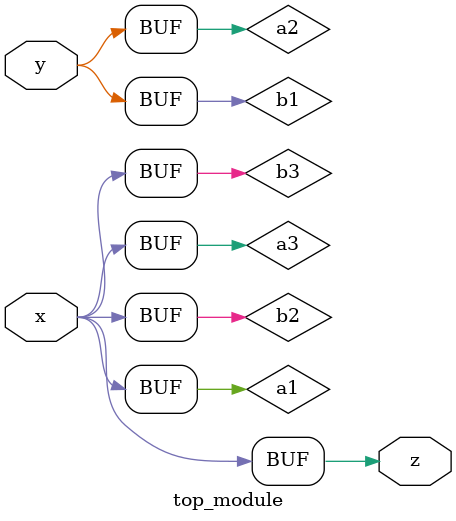
<source format=sv>
module top_module(
    input x,
    input y,
    output z
);

    // First gate
    wire a1, b1;
    assign a1 = x;
    assign b1 = y;
    
    // Second gate
    wire a2, b2;
    assign a2 = y;
    assign b2 = x;
    
    // Third gate
    wire a3, b3;
    assign a3 = a1;
    assign b3 = b2;
    
    // Output gate
    assign z = (a3 & b3);

endmodule

</source>
